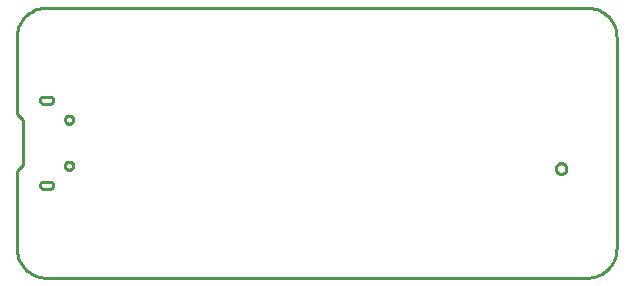
<source format=gbr>
G04 EAGLE Gerber RS-274X export*
G75*
%MOMM*%
%FSLAX34Y34*%
%LPD*%
%IN*%
%IPPOS*%
%AMOC8*
5,1,8,0,0,1.08239X$1,22.5*%
G01*
%ADD10C,0.254000*%


D10*
X0Y25400D02*
X97Y23186D01*
X386Y20989D01*
X865Y18826D01*
X1532Y16713D01*
X2380Y14666D01*
X3403Y12700D01*
X4594Y10831D01*
X5942Y9073D01*
X7440Y7440D01*
X9073Y5942D01*
X10831Y4594D01*
X12700Y3403D01*
X14666Y2380D01*
X16713Y1532D01*
X18826Y865D01*
X20989Y386D01*
X23186Y97D01*
X25400Y0D01*
X482600Y0D01*
X484814Y97D01*
X487011Y386D01*
X489174Y865D01*
X491287Y1532D01*
X493335Y2380D01*
X495300Y3403D01*
X497169Y4594D01*
X498927Y5942D01*
X500561Y7440D01*
X502058Y9073D01*
X503406Y10831D01*
X504597Y12700D01*
X505620Y14666D01*
X506468Y16713D01*
X507135Y18826D01*
X507614Y20989D01*
X507903Y23186D01*
X508000Y25400D01*
X508000Y203200D01*
X507903Y205414D01*
X507614Y207611D01*
X507135Y209774D01*
X506468Y211887D01*
X505620Y213935D01*
X504597Y215900D01*
X503406Y217769D01*
X502058Y219527D01*
X500561Y221161D01*
X498927Y222658D01*
X497169Y224006D01*
X495300Y225197D01*
X493335Y226220D01*
X491287Y227068D01*
X489174Y227735D01*
X487011Y228214D01*
X484814Y228503D01*
X482600Y228600D01*
X25400Y228600D01*
X23186Y228503D01*
X20989Y228214D01*
X18826Y227735D01*
X16713Y227068D01*
X14666Y226220D01*
X12700Y225197D01*
X10831Y224006D01*
X9073Y222658D01*
X7440Y221161D01*
X5942Y219527D01*
X4594Y217769D01*
X3403Y215900D01*
X2380Y213935D01*
X1532Y211887D01*
X865Y209774D01*
X386Y207611D01*
X97Y205414D01*
X0Y203200D01*
X0Y138430D01*
X5080Y133350D01*
X5080Y95250D01*
X0Y90170D01*
X0Y25400D01*
X19950Y78300D02*
X19939Y78059D01*
X19948Y77819D01*
X19979Y77580D01*
X20030Y77344D01*
X20102Y77114D01*
X20193Y76892D01*
X20304Y76677D01*
X20433Y76474D01*
X20579Y76282D01*
X20741Y76104D01*
X20918Y75941D01*
X21109Y75793D01*
X21311Y75663D01*
X21525Y75551D01*
X21747Y75458D01*
X21976Y75385D01*
X22211Y75332D01*
X22450Y75300D01*
X28450Y75300D01*
X28689Y75332D01*
X28924Y75385D01*
X29153Y75458D01*
X29375Y75551D01*
X29589Y75663D01*
X29792Y75793D01*
X29982Y75941D01*
X30159Y76104D01*
X30321Y76282D01*
X30467Y76474D01*
X30596Y76677D01*
X30707Y76892D01*
X30798Y77114D01*
X30870Y77344D01*
X30921Y77580D01*
X30952Y77819D01*
X30961Y78059D01*
X30950Y78300D01*
X30961Y78541D01*
X30952Y78781D01*
X30921Y79020D01*
X30870Y79256D01*
X30798Y79486D01*
X30707Y79709D01*
X30596Y79923D01*
X30467Y80126D01*
X30321Y80318D01*
X30159Y80496D01*
X29982Y80659D01*
X29792Y80807D01*
X29589Y80937D01*
X29375Y81049D01*
X29153Y81142D01*
X28924Y81215D01*
X28689Y81268D01*
X28450Y81300D01*
X22450Y81300D01*
X22211Y81268D01*
X21976Y81215D01*
X21747Y81142D01*
X21525Y81049D01*
X21311Y80937D01*
X21109Y80807D01*
X20918Y80659D01*
X20741Y80496D01*
X20579Y80318D01*
X20433Y80126D01*
X20304Y79923D01*
X20193Y79709D01*
X20102Y79486D01*
X20030Y79256D01*
X19979Y79020D01*
X19948Y78781D01*
X19939Y78541D01*
X19950Y78300D01*
X19950Y150300D02*
X19939Y150059D01*
X19948Y149819D01*
X19979Y149580D01*
X20030Y149344D01*
X20102Y149114D01*
X20193Y148892D01*
X20304Y148677D01*
X20433Y148474D01*
X20579Y148282D01*
X20741Y148104D01*
X20918Y147941D01*
X21109Y147793D01*
X21311Y147663D01*
X21525Y147551D01*
X21747Y147458D01*
X21976Y147385D01*
X22211Y147332D01*
X22450Y147300D01*
X28450Y147300D01*
X28689Y147332D01*
X28924Y147385D01*
X29153Y147458D01*
X29375Y147551D01*
X29589Y147663D01*
X29792Y147793D01*
X29982Y147941D01*
X30159Y148104D01*
X30321Y148282D01*
X30467Y148474D01*
X30596Y148677D01*
X30707Y148892D01*
X30798Y149114D01*
X30870Y149344D01*
X30921Y149580D01*
X30952Y149819D01*
X30961Y150059D01*
X30950Y150300D01*
X30961Y150541D01*
X30952Y150781D01*
X30921Y151020D01*
X30870Y151256D01*
X30798Y151486D01*
X30707Y151709D01*
X30596Y151923D01*
X30467Y152126D01*
X30321Y152318D01*
X30159Y152496D01*
X29982Y152659D01*
X29792Y152807D01*
X29589Y152937D01*
X29375Y153049D01*
X29153Y153142D01*
X28924Y153215D01*
X28689Y153268D01*
X28450Y153300D01*
X22450Y153300D01*
X22211Y153268D01*
X21976Y153215D01*
X21747Y153142D01*
X21525Y153049D01*
X21311Y152937D01*
X21109Y152807D01*
X20918Y152659D01*
X20741Y152496D01*
X20579Y152318D01*
X20433Y152126D01*
X20304Y151923D01*
X20193Y151709D01*
X20102Y151486D01*
X20030Y151256D01*
X19979Y151020D01*
X19948Y150781D01*
X19939Y150541D01*
X19950Y150300D01*
X44221Y130300D02*
X43766Y130360D01*
X43323Y130479D01*
X42899Y130654D01*
X42501Y130884D01*
X42137Y131163D01*
X41813Y131487D01*
X41534Y131851D01*
X41304Y132249D01*
X41129Y132673D01*
X41010Y133116D01*
X40950Y133571D01*
X40950Y134029D01*
X41010Y134484D01*
X41129Y134927D01*
X41304Y135351D01*
X41534Y135749D01*
X41813Y136113D01*
X42137Y136437D01*
X42501Y136716D01*
X42899Y136946D01*
X43323Y137121D01*
X43766Y137240D01*
X44221Y137300D01*
X44679Y137300D01*
X45134Y137240D01*
X45577Y137121D01*
X46001Y136946D01*
X46399Y136716D01*
X46763Y136437D01*
X47087Y136113D01*
X47366Y135749D01*
X47596Y135351D01*
X47771Y134927D01*
X47890Y134484D01*
X47950Y134029D01*
X47950Y133571D01*
X47890Y133116D01*
X47771Y132673D01*
X47596Y132249D01*
X47366Y131851D01*
X47087Y131487D01*
X46763Y131163D01*
X46399Y130884D01*
X46001Y130654D01*
X45577Y130479D01*
X45134Y130360D01*
X44679Y130300D01*
X44221Y130300D01*
X44221Y91300D02*
X43766Y91360D01*
X43323Y91479D01*
X42899Y91654D01*
X42501Y91884D01*
X42137Y92163D01*
X41813Y92487D01*
X41534Y92851D01*
X41304Y93249D01*
X41129Y93673D01*
X41010Y94116D01*
X40950Y94571D01*
X40950Y95029D01*
X41010Y95484D01*
X41129Y95927D01*
X41304Y96351D01*
X41534Y96749D01*
X41813Y97113D01*
X42137Y97437D01*
X42501Y97716D01*
X42899Y97946D01*
X43323Y98121D01*
X43766Y98240D01*
X44221Y98300D01*
X44679Y98300D01*
X45134Y98240D01*
X45577Y98121D01*
X46001Y97946D01*
X46399Y97716D01*
X46763Y97437D01*
X47087Y97113D01*
X47366Y96749D01*
X47596Y96351D01*
X47771Y95927D01*
X47890Y95484D01*
X47950Y95029D01*
X47950Y94571D01*
X47890Y94116D01*
X47771Y93673D01*
X47596Y93249D01*
X47366Y92851D01*
X47087Y92487D01*
X46763Y92163D01*
X46399Y91884D01*
X46001Y91654D01*
X45577Y91479D01*
X45134Y91360D01*
X44679Y91300D01*
X44221Y91300D01*
X460765Y87800D02*
X460180Y87877D01*
X459610Y88030D01*
X459065Y88255D01*
X458555Y88550D01*
X458087Y88909D01*
X457669Y89327D01*
X457310Y89795D01*
X457015Y90305D01*
X456790Y90850D01*
X456637Y91420D01*
X456560Y92005D01*
X456560Y92595D01*
X456637Y93180D01*
X456790Y93750D01*
X457015Y94295D01*
X457310Y94805D01*
X457669Y95273D01*
X458087Y95691D01*
X458555Y96050D01*
X459065Y96345D01*
X459610Y96570D01*
X460180Y96723D01*
X460765Y96800D01*
X461355Y96800D01*
X461940Y96723D01*
X462510Y96570D01*
X463055Y96345D01*
X463565Y96050D01*
X464033Y95691D01*
X464451Y95273D01*
X464810Y94805D01*
X465105Y94295D01*
X465330Y93750D01*
X465483Y93180D01*
X465560Y92595D01*
X465560Y92005D01*
X465483Y91420D01*
X465330Y90850D01*
X465105Y90305D01*
X464810Y89795D01*
X464451Y89327D01*
X464033Y88909D01*
X463565Y88550D01*
X463055Y88255D01*
X462510Y88030D01*
X461940Y87877D01*
X461355Y87800D01*
X460765Y87800D01*
M02*

</source>
